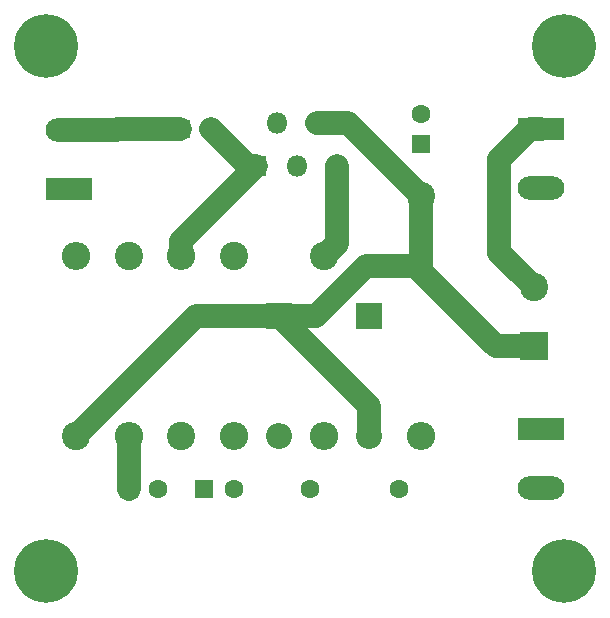
<source format=gbr>
G04 #@! TF.GenerationSoftware,KiCad,Pcbnew,(5.0.0)*
G04 #@! TF.CreationDate,2018-07-25T01:58:25+02:00*
G04 #@! TF.ProjectId,tda2030MonoAmplifier,746461323033304D6F6E6F416D706C69,rev?*
G04 #@! TF.SameCoordinates,Original*
G04 #@! TF.FileFunction,Copper,L2,Bot,Signal*
G04 #@! TF.FilePolarity,Positive*
%FSLAX46Y46*%
G04 Gerber Fmt 4.6, Leading zero omitted, Abs format (unit mm)*
G04 Created by KiCad (PCBNEW (5.0.0)) date 07/25/18 01:58:25*
%MOMM*%
%LPD*%
G01*
G04 APERTURE LIST*
G04 #@! TA.AperFunction,ComponentPad*
%ADD10R,3.960000X1.980000*%
G04 #@! TD*
G04 #@! TA.AperFunction,ComponentPad*
%ADD11O,3.960000X1.980000*%
G04 #@! TD*
G04 #@! TA.AperFunction,ComponentPad*
%ADD12R,1.600000X1.600000*%
G04 #@! TD*
G04 #@! TA.AperFunction,ComponentPad*
%ADD13C,1.600000*%
G04 #@! TD*
G04 #@! TA.AperFunction,ComponentPad*
%ADD14R,2.400000X2.400000*%
G04 #@! TD*
G04 #@! TA.AperFunction,ComponentPad*
%ADD15C,2.400000*%
G04 #@! TD*
G04 #@! TA.AperFunction,ComponentPad*
%ADD16O,2.200000X2.200000*%
G04 #@! TD*
G04 #@! TA.AperFunction,ComponentPad*
%ADD17R,2.200000X2.200000*%
G04 #@! TD*
G04 #@! TA.AperFunction,ComponentPad*
%ADD18C,5.400000*%
G04 #@! TD*
G04 #@! TA.AperFunction,ComponentPad*
%ADD19O,2.400000X2.400000*%
G04 #@! TD*
G04 #@! TA.AperFunction,ComponentPad*
%ADD20R,1.800000X1.800000*%
G04 #@! TD*
G04 #@! TA.AperFunction,ComponentPad*
%ADD21O,1.800000X1.800000*%
G04 #@! TD*
G04 #@! TA.AperFunction,Conductor*
%ADD22C,1.500000*%
G04 #@! TD*
G04 #@! TA.AperFunction,Conductor*
%ADD23C,2.000000*%
G04 #@! TD*
G04 APERTURE END LIST*
D10*
G04 #@! TO.P,Speaker,1*
G04 #@! TO.N,Net-(C6-Pad2)*
X153035000Y-103505000D03*
D11*
G04 #@! TO.P,Speaker,2*
G04 #@! TO.N,GND*
X153035000Y-108505000D03*
G04 #@! TD*
D12*
G04 #@! TO.P,C1,1*
G04 #@! TO.N,Net-(C1-Pad1)*
X122555000Y-103505000D03*
D13*
G04 #@! TO.P,C1,2*
G04 #@! TO.N,Net-(C1-Pad2)*
X125055000Y-103505000D03*
G04 #@! TD*
D12*
G04 #@! TO.P,C2,1*
G04 #@! TO.N,Net-(C2-Pad1)*
X124500000Y-133985000D03*
D13*
G04 #@! TO.P,C2,2*
G04 #@! TO.N,GND*
X127000000Y-133985000D03*
G04 #@! TD*
G04 #@! TO.P,C3,2*
G04 #@! TO.N,GND*
X142875000Y-102275000D03*
D12*
G04 #@! TO.P,C3,1*
G04 #@! TO.N,VCC*
X142875000Y-104775000D03*
G04 #@! TD*
G04 #@! TO.P,C4,1*
G04 #@! TO.N,Net-(C4-Pad1)*
X118110000Y-133985000D03*
D13*
G04 #@! TO.P,C4,2*
G04 #@! TO.N,GND*
X120610000Y-133985000D03*
G04 #@! TD*
G04 #@! TO.P,C5,1*
G04 #@! TO.N,Net-(C5-Pad1)*
X140970000Y-133985000D03*
G04 #@! TO.P,C5,2*
G04 #@! TO.N,GND*
X133470000Y-133985000D03*
G04 #@! TD*
D14*
G04 #@! TO.P,C6,1*
G04 #@! TO.N,Net-(C6-Pad1)*
X152400000Y-121920000D03*
D15*
G04 #@! TO.P,C6,2*
G04 #@! TO.N,Net-(C6-Pad2)*
X152400000Y-116920000D03*
G04 #@! TD*
D16*
G04 #@! TO.P,D1,2*
G04 #@! TO.N,Net-(C6-Pad1)*
X138430000Y-129540000D03*
D17*
G04 #@! TO.P,D1,1*
G04 #@! TO.N,VCC*
X138430000Y-119380000D03*
G04 #@! TD*
G04 #@! TO.P,D2,1*
G04 #@! TO.N,Net-(C6-Pad1)*
X130810000Y-119380000D03*
D16*
G04 #@! TO.P,D2,2*
G04 #@! TO.N,GND*
X130810000Y-129540000D03*
G04 #@! TD*
D10*
G04 #@! TO.P,IN,1*
G04 #@! TO.N,GND*
X113030000Y-108585000D03*
D11*
G04 #@! TO.P,IN,2*
G04 #@! TO.N,Net-(C1-Pad1)*
X113030000Y-103585000D03*
G04 #@! TD*
G04 #@! TO.P,Power,2*
G04 #@! TO.N,GND*
X153035000Y-133905000D03*
D10*
G04 #@! TO.P,Power,1*
G04 #@! TO.N,VCC*
X153035000Y-128905000D03*
G04 #@! TD*
D18*
G04 #@! TO.P,MH1,1*
G04 #@! TO.N,Net-(MH1-Pad1)*
X154940000Y-96520000D03*
G04 #@! TD*
G04 #@! TO.P,MH2,1*
G04 #@! TO.N,Net-(MH2-Pad1)*
X111125000Y-140970000D03*
G04 #@! TD*
G04 #@! TO.P,MH3,1*
G04 #@! TO.N,Net-(MH3-Pad1)*
X154940000Y-140970000D03*
G04 #@! TD*
G04 #@! TO.P,MH4,1*
G04 #@! TO.N,Net-(MH4-Pad1)*
X111125000Y-96520000D03*
G04 #@! TD*
D19*
G04 #@! TO.P,R1,2*
G04 #@! TO.N,GND*
X127000000Y-129540000D03*
D15*
G04 #@! TO.P,R1,1*
G04 #@! TO.N,Net-(C2-Pad1)*
X127000000Y-114300000D03*
G04 #@! TD*
G04 #@! TO.P,R2,1*
G04 #@! TO.N,Net-(C2-Pad1)*
X122555000Y-129540000D03*
D19*
G04 #@! TO.P,R2,2*
G04 #@! TO.N,Net-(C1-Pad2)*
X122555000Y-114300000D03*
G04 #@! TD*
D15*
G04 #@! TO.P,R3,1*
G04 #@! TO.N,VCC*
X134620000Y-114300000D03*
D19*
G04 #@! TO.P,R3,2*
G04 #@! TO.N,Net-(C2-Pad1)*
X134620000Y-129540000D03*
G04 #@! TD*
G04 #@! TO.P,R4,2*
G04 #@! TO.N,Net-(R4-Pad2)*
X113665000Y-114300000D03*
D15*
G04 #@! TO.P,R4,1*
G04 #@! TO.N,Net-(C6-Pad1)*
X113665000Y-129540000D03*
G04 #@! TD*
G04 #@! TO.P,R5,1*
G04 #@! TO.N,Net-(R4-Pad2)*
X118110000Y-114300000D03*
D19*
G04 #@! TO.P,R5,2*
G04 #@! TO.N,Net-(C4-Pad1)*
X118110000Y-129540000D03*
G04 #@! TD*
D15*
G04 #@! TO.P,R6,1*
G04 #@! TO.N,Net-(C6-Pad1)*
X142875000Y-109220000D03*
D19*
G04 #@! TO.P,R6,2*
G04 #@! TO.N,Net-(C5-Pad1)*
X142875000Y-129540000D03*
G04 #@! TD*
D20*
G04 #@! TO.P,U1,1*
G04 #@! TO.N,Net-(C1-Pad2)*
X128905000Y-106680000D03*
D21*
G04 #@! TO.P,U1,2*
G04 #@! TO.N,Net-(R4-Pad2)*
X130605000Y-102980000D03*
G04 #@! TO.P,U1,3*
G04 #@! TO.N,GND*
X132305000Y-106680000D03*
G04 #@! TO.P,U1,4*
G04 #@! TO.N,Net-(C6-Pad1)*
X134005000Y-102980000D03*
G04 #@! TO.P,U1,5*
G04 #@! TO.N,VCC*
X135705000Y-106680000D03*
G04 #@! TD*
D22*
G04 #@! TO.N,Net-(C1-Pad1)*
X113110000Y-103505000D02*
X113030000Y-103585000D01*
X122555000Y-103505000D02*
X113110000Y-103505000D01*
D23*
X117090000Y-103505000D02*
X122454991Y-103505000D01*
X117010000Y-103585000D02*
X117090000Y-103505000D01*
X113030000Y-103585000D02*
X117010000Y-103585000D01*
G04 #@! TO.N,Net-(C1-Pad2)*
X122555000Y-113030000D02*
X128905000Y-106680000D01*
X122555000Y-114300000D02*
X122555000Y-113030000D01*
X128230000Y-106680000D02*
X125055000Y-103505000D01*
X128905000Y-106680000D02*
X128230000Y-106680000D01*
D22*
G04 #@! TO.N,VCC*
X135890000Y-106865000D02*
X135705000Y-106680000D01*
D23*
X135705000Y-113215000D02*
X134620000Y-114300000D01*
X135705000Y-106680000D02*
X135705000Y-113215000D01*
G04 #@! TO.N,Net-(C4-Pad1)*
X118110000Y-133985000D02*
X118110000Y-129540000D01*
G04 #@! TO.N,Net-(C6-Pad1)*
X136635000Y-102980000D02*
X142875000Y-109220000D01*
X134005000Y-102980000D02*
X136635000Y-102980000D01*
X138430000Y-127000000D02*
X130810000Y-119380000D01*
X138430000Y-129540000D02*
X138430000Y-127000000D01*
X123825000Y-119380000D02*
X130810000Y-119380000D01*
X113665000Y-129540000D02*
X123825000Y-119380000D01*
X138195000Y-115095000D02*
X142875000Y-115095000D01*
X133910000Y-119380000D02*
X138195000Y-115095000D01*
X130810000Y-119380000D02*
X133910000Y-119380000D01*
X142875000Y-115095000D02*
X142875000Y-109220000D01*
X149200000Y-121920000D02*
X152400000Y-121920000D01*
X142875000Y-115595000D02*
X149200000Y-121920000D01*
X142875000Y-115095000D02*
X142875000Y-115595000D01*
G04 #@! TO.N,Net-(C6-Pad2)*
X151200001Y-115720001D02*
X152400000Y-116920000D01*
X149454990Y-113974990D02*
X151200001Y-115720001D01*
X149454990Y-106095010D02*
X149454990Y-113974990D01*
X152045000Y-103505000D02*
X149454990Y-106095010D01*
X153035000Y-103505000D02*
X152045000Y-103505000D01*
G04 #@! TD*
M02*

</source>
